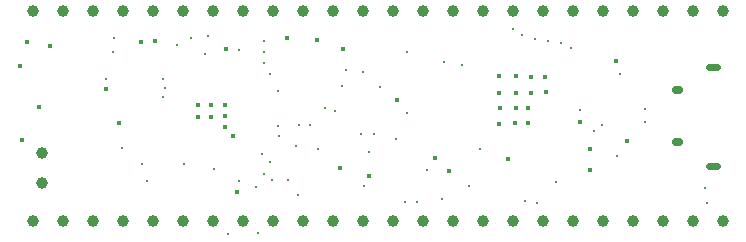
<source format=gbr>
%TF.GenerationSoftware,KiCad,Pcbnew,(5.1.5)-3*%
%TF.CreationDate,2020-07-06T18:35:03-07:00*%
%TF.ProjectId,UPduino_v3.0,55506475-696e-46f5-9f76-332e302e6b69,3.0*%
%TF.SameCoordinates,Original*%
%TF.FileFunction,Plated,1,4,PTH,Mixed*%
%TF.FilePolarity,Positive*%
%FSLAX46Y46*%
G04 Gerber Fmt 4.6, Leading zero omitted, Abs format (unit mm)*
G04 Created by KiCad (PCBNEW (5.1.5)-3) date 2020-07-06 18:35:03*
%MOMM*%
%LPD*%
G04 APERTURE LIST*
%TA.AperFunction,ViaDrill*%
%ADD10C,0.300000*%
%TD*%
%TA.AperFunction,ViaDrill*%
%ADD11C,0.400000*%
%TD*%
G04 aperture for slot hole*
%TA.AperFunction,ComponentDrill*%
%ADD12C,0.600000*%
%TD*%
G04 aperture for slot hole*
%TA.AperFunction,ComponentDrill*%
%ADD13C,0.650000*%
%TD*%
%TA.AperFunction,ComponentDrill*%
%ADD14C,1.000000*%
%TD*%
G04 APERTURE END LIST*
D10*
X108077000Y-85713987D03*
X108650000Y-83437500D03*
X108810000Y-82240000D03*
X109474000Y-91567000D03*
X111176000Y-92924000D03*
X111609500Y-94359500D03*
X112954000Y-85760000D03*
X112954000Y-87300000D03*
X113093500Y-86538000D03*
X114100000Y-82900000D03*
X114732000Y-92951500D03*
X115324423Y-82302422D03*
X116462294Y-83650010D03*
X116750000Y-82100000D03*
X117208500Y-93400000D03*
X118400000Y-98900000D03*
X119380000Y-83320000D03*
X119400000Y-94400000D03*
X120764500Y-94856500D03*
X120950000Y-98750000D03*
X121280368Y-92119664D03*
X121463000Y-83490000D03*
X121463000Y-84379000D03*
X121483380Y-93750010D03*
X121507410Y-82545688D03*
X121947810Y-85280500D03*
X122000000Y-92800000D03*
X122176746Y-94280008D03*
X122622234Y-89690959D03*
X122647820Y-86772705D03*
X122720000Y-90570000D03*
X123515613Y-94284387D03*
X124200000Y-91390000D03*
X124349382Y-95580608D03*
X124440000Y-89667590D03*
X125360000Y-89667590D03*
X126030022Y-91670000D03*
X126599987Y-88199857D03*
X127450000Y-88450000D03*
X128118000Y-86305000D03*
X128390000Y-85010000D03*
X129700000Y-90357590D03*
X129880000Y-85180000D03*
X129903079Y-94758902D03*
X130360000Y-91920000D03*
X130800000Y-90357590D03*
X131300000Y-86380000D03*
X132660000Y-90860000D03*
X133380000Y-96140000D03*
X133550000Y-83450000D03*
X133570000Y-88590000D03*
X134410000Y-96160000D03*
X135260000Y-93480000D03*
X136550000Y-95930000D03*
X136738374Y-84271871D03*
X138250000Y-84550000D03*
X138800000Y-94800000D03*
X139800000Y-91650000D03*
X142550000Y-81500000D03*
X143292164Y-82052410D03*
X143600000Y-96100000D03*
X144380000Y-82310000D03*
X144600000Y-96200000D03*
X145545469Y-82502188D03*
X146172000Y-94428000D03*
X146650000Y-82650000D03*
X147500000Y-83140000D03*
X148250000Y-88400000D03*
X149450000Y-90150000D03*
X150100000Y-89600000D03*
X151387039Y-92234629D03*
X151638000Y-85344000D03*
X153700000Y-89400000D03*
X153750000Y-88250000D03*
X158830000Y-94940000D03*
X158950000Y-96200000D03*
D11*
X100830000Y-84640000D03*
X100965000Y-90868500D03*
X101390000Y-82600000D03*
X102400000Y-88100000D03*
X103358000Y-82920998D03*
X108077000Y-86614000D03*
X109220000Y-89471500D03*
X111090000Y-82580000D03*
X112260000Y-82480000D03*
X115892400Y-87942400D03*
X115892400Y-88992400D03*
X116992400Y-87942400D03*
X116992400Y-88992400D03*
X118142400Y-87942400D03*
X118142400Y-88892400D03*
X118142400Y-89842400D03*
X118273443Y-83157943D03*
X118863484Y-90601736D03*
X119218010Y-95302018D03*
X123444000Y-82296000D03*
X125984539Y-82395580D03*
X127910000Y-93250000D03*
X128189965Y-83162510D03*
X130350000Y-93950000D03*
X132700000Y-87500000D03*
X135938000Y-92426000D03*
X137161262Y-93547590D03*
X141400000Y-85500000D03*
X141400000Y-86900000D03*
X141400000Y-89550000D03*
X141450000Y-88200000D03*
X142145907Y-92470431D03*
X142750000Y-89500000D03*
X142800000Y-86900000D03*
X142800000Y-88200000D03*
X142850000Y-85500000D03*
X143850000Y-88200000D03*
X143850000Y-89500000D03*
X144050000Y-85550000D03*
X144100000Y-86900000D03*
X145300000Y-85600000D03*
X145350000Y-86850000D03*
X148249586Y-89349737D03*
X149051352Y-93464725D03*
X149098000Y-91630500D03*
X151250000Y-84250000D03*
X152200000Y-91000000D03*
D12*
%TO.C,J1*%
X159825000Y-84715000D02*
X159125000Y-84715000D01*
X159825000Y-93065000D02*
X159125000Y-93065000D01*
D13*
X156575000Y-86665000D02*
X156375000Y-86665000D01*
X156575000Y-91115000D02*
X156375000Y-91115000D01*
D14*
%TO.C,J4*%
X102700000Y-92040000D03*
X102700000Y-94580000D03*
%TO.C,J3*%
X101900000Y-97780000D03*
X104440000Y-97780000D03*
X106980000Y-97780000D03*
X109520000Y-97780000D03*
X112060000Y-97780000D03*
X114600000Y-97780000D03*
X117140000Y-97780000D03*
X119680000Y-97780000D03*
X122220000Y-97780000D03*
X124760000Y-97780000D03*
X127300000Y-97780000D03*
X129840000Y-97780000D03*
X132380000Y-97780000D03*
X134920000Y-97780000D03*
X137460000Y-97780000D03*
X140000000Y-97780000D03*
X142540000Y-97780000D03*
X145080000Y-97780000D03*
X147620000Y-97780000D03*
X150160000Y-97780000D03*
X152700000Y-97780000D03*
X155240000Y-97780000D03*
X157780000Y-97780000D03*
X160320000Y-97780000D03*
%TO.C,J2*%
X101900000Y-80000000D03*
X104440000Y-80000000D03*
X106980000Y-80000000D03*
X109520000Y-80000000D03*
X112060000Y-80000000D03*
X114600000Y-80000000D03*
X117140000Y-80000000D03*
X119680000Y-80000000D03*
X122220000Y-80000000D03*
X124760000Y-80000000D03*
X127300000Y-80000000D03*
X129840000Y-80000000D03*
X132380000Y-80000000D03*
X134920000Y-80000000D03*
X137460000Y-80000000D03*
X140000000Y-80000000D03*
X142540000Y-80000000D03*
X145080000Y-80000000D03*
X147620000Y-80000000D03*
X150160000Y-80000000D03*
X152700000Y-80000000D03*
X155240000Y-80000000D03*
X157780000Y-80000000D03*
X160320000Y-80000000D03*
M02*

</source>
